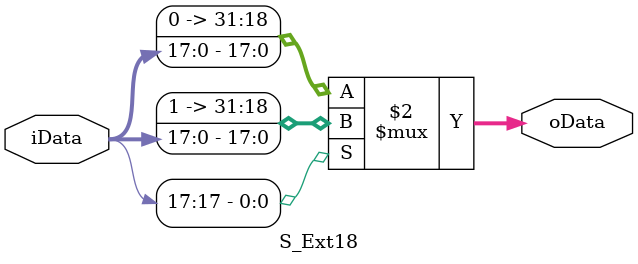
<source format=v>
`timescale 1ns / 1ps


module S_Ext18(iData,oData);
    input [17:0] iData;
    output [31:0]oData;
    wire [31:0]oData;
    assign oData=iData[17]==1?{14'b11111111111111,iData}:{14'b0,iData};
endmodule

</source>
